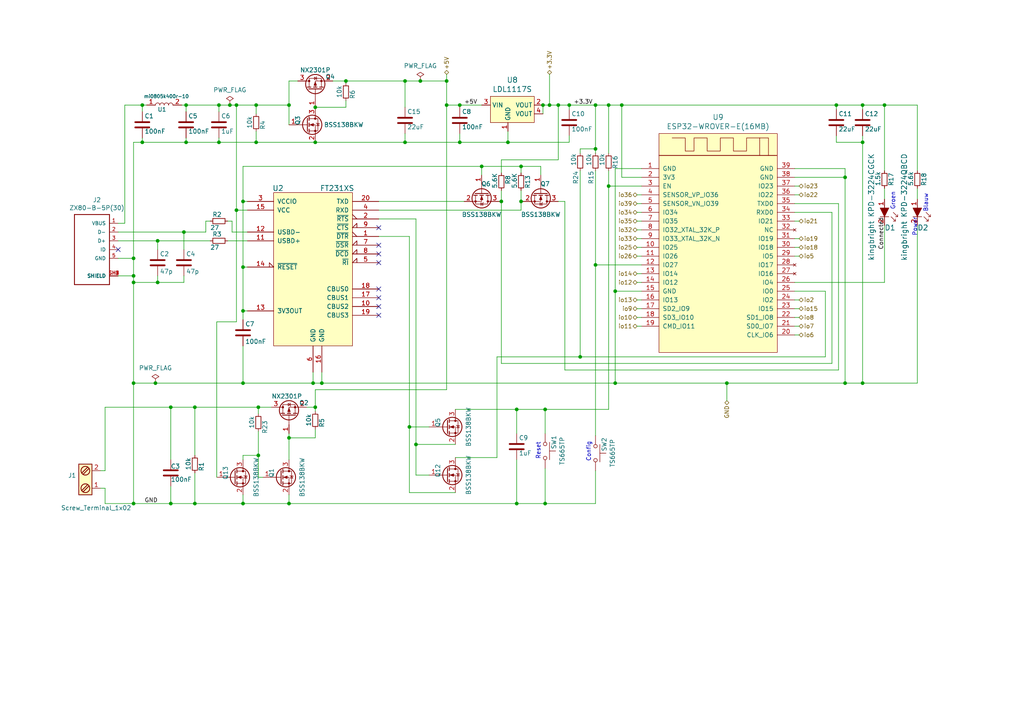
<source format=kicad_sch>
(kicad_sch (version 20230121) (generator eeschema)
  (paper "A4")
  (lib_symbols
    (symbol "1w-esp32-v0.4:Device_C" (pin_numbers hide) (pin_names (offset 0.254))
      (property "Reference" "C" (at 0.635 2.54 0))
      (property "Value" "1w-esp32-v0.4_Device_C" (at 0.635 -2.54 0))
      (symbol "Device_C_0_1"
        (polyline (pts (xy -2.032 -0.762) (xy 2.032 -0.762)) (stroke (width 0.508)))
        (polyline (pts (xy -2.032 0.762) (xy 2.032 0.762)) (stroke (width 0.508)))
      )
      (symbol "Device_C_1_1"
        (pin passive line (at 0 3.81 270) (length 2.794) (name "~") (number "1"))
        (pin passive line (at 0 -3.81 90) (length 2.794) (name "~") (number "2"))
      )
    )
    (symbol "1w-esp32-v0.4:Device_Q_NMOS_GSD" (pin_names (offset 0) hide)
      (property "Reference" "Q" (at 5.08 1.27 0))
      (property "Value" "1w-esp32-v0.4_Device_Q_NMOS_GSD" (at 5.08 -1.27 0))
      (symbol "Device_Q_NMOS_GSD_0_1"
        (polyline (pts (xy 0.254 0) (xy -2.54 0)))
        (polyline (pts (xy 0.254 1.905) (xy 0.254 -1.905)) (stroke (width 0.254)))
        (polyline (pts (xy 0.762 -1.27) (xy 0.762 -2.286)) (stroke (width 0.254)))
        (polyline (pts (xy 0.762 0.508) (xy 0.762 -0.508)) (stroke (width 0.254)))
        (polyline (pts (xy 0.762 2.286) (xy 0.762 1.27)) (stroke (width 0.254)))
        (polyline (pts (xy 2.54 2.54) (xy 2.54 1.778)))
        (polyline (pts (xy 2.54 -2.54) (xy 2.54 0) (xy 0.762 0)))
        (polyline (pts (xy 0.762 -1.778) (xy 3.302 -1.778) (xy 3.302 1.778) (xy 0.762 1.778)))
        (polyline (pts (xy 1.016 0) (xy 2.032 0.381) (xy 2.032 -0.381) (xy 1.016 0)) (fill (type outline)))
        (polyline (pts (xy 2.794 0.508) (xy 2.921 0.381) (xy 3.683 0.381) (xy 3.81 0.254)))
        (polyline (pts (xy 3.302 0.381) (xy 2.921 -0.254) (xy 3.683 -0.254) (xy 3.302 0.381)))
        (circle (center 1.651 0) (radius 2.794) (stroke (width 0.254)))
        (circle (center 2.54 -1.778) (radius 0.254) (fill (type outline)))
        (circle (center 2.54 1.778) (radius 0.254) (fill (type outline)))
      )
      (symbol "Device_Q_NMOS_GSD_1_1"
        (pin input line (at -5.08 0 0) (length 2.54) (name "G") (number "1"))
        (pin passive line (at 2.54 -5.08 90) (length 2.54) (name "S") (number "2"))
        (pin passive line (at 2.54 5.08 270) (length 2.54) (name "D") (number "3"))
      )
    )
    (symbol "1w-esp32-v0.4:Device_Q_PMOS_GSD" (pin_names (offset 0) hide)
      (property "Reference" "Q" (at 5.08 1.27 0))
      (property "Value" "1w-esp32-v0.4_Device_Q_PMOS_GSD" (at 5.08 -1.27 0))
      (symbol "Device_Q_PMOS_GSD_0_1"
        (polyline (pts (xy 0.254 0) (xy -2.54 0)))
        (polyline (pts (xy 0.254 1.905) (xy 0.254 -1.905)) (stroke (width 0.254)))
        (polyline (pts (xy 0.762 -1.27) (xy 0.762 -2.286)) (stroke (width 0.254)))
        (polyline (pts (xy 0.762 0.508) (xy 0.762 -0.508)) (stroke (width 0.254)))
        (polyline (pts (xy 0.762 2.286) (xy 0.762 1.27)) (stroke (width 0.254)))
        (polyline (pts (xy 2.54 2.54) (xy 2.54 1.778)))
        (polyline (pts (xy 2.54 -2.54) (xy 2.54 0) (xy 0.762 0)))
        (polyline (pts (xy 0.762 1.778) (xy 3.302 1.778) (xy 3.302 -1.778) (xy 0.762 -1.778)))
        (polyline (pts (xy 2.286 0) (xy 1.27 0.381) (xy 1.27 -0.381) (xy 2.286 0)) (fill (type outline)))
        (polyline (pts (xy 2.794 -0.508) (xy 2.921 -0.381) (xy 3.683 -0.381) (xy 3.81 -0.254)))
        (polyline (pts (xy 3.302 -0.381) (xy 2.921 0.254) (xy 3.683 0.254) (xy 3.302 -0.381)))
        (circle (center 1.651 0) (radius 2.794) (stroke (width 0.254)))
        (circle (center 2.54 -1.778) (radius 0.254) (fill (type outline)))
        (circle (center 2.54 1.778) (radius 0.254) (fill (type outline)))
      )
      (symbol "Device_Q_PMOS_GSD_1_1"
        (pin input line (at -5.08 0 0) (length 2.54) (name "G") (number "1"))
        (pin passive line (at 2.54 -5.08 90) (length 2.54) (name "S") (number "2"))
        (pin passive line (at 2.54 5.08 270) (length 2.54) (name "D") (number "3"))
      )
    )
    (symbol "1w-esp32-v0.4:Device_R_Small" (pin_numbers hide) (pin_names (offset 0.254) hide)
      (property "Reference" "R" (at 0.762 0.508 0))
      (property "Value" "1w-esp32-v0.4_Device_R_Small" (at 0.762 -1.016 0))
      (symbol "Device_R_Small_0_1"
        (rectangle (start -0.762 1.778) (end 0.762 -1.778) (stroke (width 0.2032)))
      )
      (symbol "Device_R_Small_1_1"
        (pin passive line (at 0 2.54 270) (length 0.762) (name "~") (number "1"))
        (pin passive line (at 0 -2.54 90) (length 0.762) (name "~") (number "2"))
      )
    )
    (symbol "1w-esp32-v0.4:ESP32-WROVER" (pin_names (offset 1.016))
      (property "Reference" "U" (at -15.24 -33.02 0))
      (property "Value" "1w-esp32-v0.4_ESP32-WROVER" (at 6.35 -33.02 0))
      (symbol "ESP32-WROVER_0_1"
        (rectangle (start -17.78 22.86) (end 16.51 -34.29) (fill (type background)))
        (rectangle (start -17.78 29.21) (end 16.51 22.86) (fill (type background)))
        (polyline (pts (xy 11.43 27.94) (xy 13.97 27.94) (xy 13.97 22.86)))
        (polyline (pts (xy -13.97 27.94) (xy -10.16 27.94) (xy -10.16 24.13) (xy -7.62 24.13) (xy -7.62 27.94) (xy -3.81 27.94) (xy -3.81 24.13) (xy 0 24.13) (xy 0 27.94) (xy 3.81 27.94) (xy 3.81 24.13) (xy 7.62 24.13) (xy 7.62 27.94) (xy 11.43 27.94) (xy 11.43 22.86)))
      )
      (symbol "ESP32-WROVER_1_1"
        (pin power_in line (at -22.86 19.05 0) (length 5.08) (name "GND") (number "1"))
        (pin bidirectional line (at -22.86 -3.81 0) (length 5.08) (name "IO25") (number "10"))
        (pin bidirectional line (at -22.86 -6.35 0) (length 5.08) (name "IO26") (number "11"))
        (pin bidirectional line (at -22.86 -8.89 0) (length 5.08) (name "IO27") (number "12"))
        (pin bidirectional line (at -22.86 -11.43 0) (length 5.08) (name "IO14") (number "13"))
        (pin bidirectional line (at -22.86 -13.97 0) (length 5.08) (name "IO12") (number "14"))
        (pin power_in line (at -22.86 -16.51 0) (length 5.08) (name "GND") (number "15"))
        (pin bidirectional line (at -22.86 -19.05 0) (length 5.08) (name "IO13") (number "16"))
        (pin bidirectional line (at -22.86 -21.59 0) (length 5.08) (name "SD2_IO9") (number "17"))
        (pin bidirectional line (at -22.86 -24.13 0) (length 5.08) (name "SD3_IO10") (number "18"))
        (pin bidirectional line (at -22.86 -26.67 0) (length 5.08) (name "CMD_IO11") (number "19"))
        (pin power_in line (at -22.86 16.51 0) (length 5.08) (name "3V3") (number "2"))
        (pin bidirectional line (at 21.59 -29.21 180) (length 5.08) (name "CLK_IO6") (number "20"))
        (pin bidirectional line (at 21.59 -26.67 180) (length 5.08) (name "SD0_IO7") (number "21"))
        (pin bidirectional line (at 21.59 -24.13 180) (length 5.08) (name "SD1_IO8") (number "22"))
        (pin bidirectional line (at 21.59 -21.59 180) (length 5.08) (name "IO15") (number "23"))
        (pin bidirectional line (at 21.59 -19.05 180) (length 5.08) (name "IO2") (number "24"))
        (pin bidirectional line (at 21.59 -16.51 180) (length 5.08) (name "IO0") (number "25"))
        (pin bidirectional line (at 21.59 -13.97 180) (length 5.08) (name "IO4") (number "26"))
        (pin no_connect line (at 21.59 -11.43 180) (length 5.08) (name "IO16") (number "27"))
        (pin no_connect line (at 21.59 -8.89 180) (length 5.08) (name "IO17") (number "28"))
        (pin bidirectional line (at 21.59 -6.35 180) (length 5.08) (name "IO5") (number "29"))
        (pin input line (at -22.86 13.97 0) (length 5.08) (name "EN") (number "3"))
        (pin bidirectional line (at 21.59 -3.81 180) (length 5.08) (name "IO18") (number "30"))
        (pin bidirectional line (at 21.59 -1.27 180) (length 5.08) (name "IO19") (number "31"))
        (pin no_connect line (at 21.59 1.27 180) (length 5.08) (name "NC") (number "32"))
        (pin bidirectional line (at 21.59 3.81 180) (length 5.08) (name "IO21") (number "33"))
        (pin input line (at 21.59 6.35 180) (length 5.08) (name "RXD0") (number "34"))
        (pin output line (at 21.59 8.89 180) (length 5.08) (name "TXD0") (number "35"))
        (pin bidirectional line (at 21.59 11.43 180) (length 5.08) (name "IO22") (number "36"))
        (pin bidirectional line (at 21.59 13.97 180) (length 5.08) (name "IO23") (number "37"))
        (pin power_in line (at 21.59 16.51 180) (length 5.08) (name "GND") (number "38"))
        (pin power_in line (at 21.59 19.05 180) (length 5.08) (name "GND") (number "39"))
        (pin input line (at -22.86 11.43 0) (length 5.08) (name "SENSOR_VP_IO36") (number "4"))
        (pin input line (at -22.86 8.89 0) (length 5.08) (name "SENSOR_VN_IO39") (number "5"))
        (pin input line (at -22.86 6.35 0) (length 5.08) (name "IO34") (number "6"))
        (pin input line (at -22.86 3.81 0) (length 5.08) (name "IO35") (number "7"))
        (pin bidirectional line (at -22.86 1.27 0) (length 5.08) (name "IO32_XTAL_32K_P") (number "8"))
        (pin bidirectional line (at -22.86 -1.27 0) (length 5.08) (name "IO33_XTAL_32K_N") (number "9"))
      )
    )
    (symbol "1w-esp32-v0.4:FT231XS" (pin_names (offset 1.016))
      (property "Reference" "U" (at 0 22.86 0))
      (property "Value" "1w-esp32-v0.4_FT231XS" (at 10.16 -25.4 0))
      (symbol "FT231XS_0_1"
        (rectangle (start -12.7 21.59) (end 10.16 -22.86) (fill (type background)))
      )
      (symbol "FT231XS_1_1"
        (pin output output_low (at 17.78 8.89 180) (length 7.62) (name "~{DTR}") (number "1"))
        (pin bidirectional line (at 17.78 -11.43 180) (length 7.62) (name "CBUS2") (number "10"))
        (pin bidirectional line (at -20.32 7.62 0) (length 7.62) (name "USBD+") (number "11"))
        (pin bidirectional line (at -20.32 10.16 0) (length 7.62) (name "USBD-") (number "12"))
        (pin power_out line (at -20.32 -12.7 0) (length 7.62) (name "3V3OUT") (number "13"))
        (pin input input_low (at -20.32 0 0) (length 7.62) (name "~{RESET}") (number "14"))
        (pin power_in line (at -20.32 16.51 0) (length 7.62) (name "VCC") (number "15"))
        (pin power_in line (at 1.27 -30.48 90) (length 7.62) (name "GND") (number "16"))
        (pin output line (at 17.78 -8.89 180) (length 7.62) (name "CBUS1") (number "17"))
        (pin bidirectional line (at 17.78 -6.35 180) (length 7.62) (name "CBUS0") (number "18"))
        (pin bidirectional line (at 17.78 -13.97 180) (length 7.62) (name "CBUS3") (number "19"))
        (pin output output_low (at 17.78 13.97 180) (length 7.62) (name "~{RTS}") (number "2"))
        (pin output line (at 17.78 19.05 180) (length 7.62) (name "TXD") (number "20"))
        (pin power_in line (at -20.32 19.05 0) (length 7.62) (name "VCCIO") (number "3"))
        (pin input line (at 17.78 16.51 180) (length 7.62) (name "RXD") (number "4"))
        (pin input input_low (at 17.78 1.27 180) (length 7.62) (name "~{RI}") (number "5"))
        (pin power_in line (at -1.27 -30.48 90) (length 7.62) (name "GND") (number "6"))
        (pin input input_low (at 17.78 6.35 180) (length 7.62) (name "~{DSR}") (number "7"))
        (pin input input_low (at 17.78 3.81 180) (length 7.62) (name "~{DCD}") (number "8"))
        (pin input input_low (at 17.78 11.43 180) (length 7.62) (name "~{CTS}") (number "9"))
      )
    )
    (symbol "1w-esp32-v0.4:LDL1117S"
      (property "Reference" "U" (at 1.27 3.81 0))
      (property "Value" "1w-esp32-v0.4_LDL1117S" (at 1.27 6.35 0))
      (symbol "LDL1117S_1_1"
        (rectangle (start -5.08 2.54) (end 7.62 -5.08) (fill (type background)))
        (pin power_in line (at 0 -7.62 90) (length 2.54) (name "GND") (number "1"))
        (pin power_out line (at 10.16 0 180) (length 2.54) (name "VOUT") (number "2"))
        (pin power_in line (at -7.62 0 0) (length 2.54) (name "VIN") (number "3"))
        (pin power_in line (at 10.16 -2.54 180) (length 2.54) (name "VOUT") (number "4"))
      )
    )
    (symbol "1w-esp32-v0.4:PWR_FLAG" (power) (pin_numbers hide) (pin_names (offset 0) hide)
      (property "Value" "1w-esp32-v0.4_PWR_FLAG" (at 0 3.81 0))
      (symbol "PWR_FLAG_0_0"
        (pin power_out line (at 0 0 90) (length 0) (name "pwr") (number "1"))
      )
      (symbol "PWR_FLAG_0_1"
        (polyline (pts (xy 0 0) (xy 0 1.27) (xy -1.016 1.905) (xy 0 2.54) (xy 1.016 1.905) (xy 0 1.27)))
      )
    )
    (symbol "1w-esp32-v0.4:Screw_Terminal_1x02" (pin_names (offset 0.762) hide)
      (property "Reference" "J" (at 0 6.35 0))
      (property "Value" "1w-esp32-v0.4_Screw_Terminal_1x02" (at -3.81 0 90))
      (symbol "Screw_Terminal_1x02_0_1"
        (rectangle (start -1.27 4.445) (end 2.54 -4.445) (stroke (width 0.254)) (fill (type background)))
        (polyline (pts (xy -0.381 -1.905) (xy 1.27 -3.556)) (stroke (width 0.254)))
        (polyline (pts (xy 0 3.556) (xy 1.651 1.905)) (stroke (width 0.254)))
        (polyline (pts (xy 1.27 1.524) (xy -0.381 3.175)) (stroke (width 0.254)))
        (polyline (pts (xy 1.651 -3.175) (xy 0 -1.524)) (stroke (width 0.254)))
        (circle (center 0.635 -2.54) (radius 1.27) (stroke (width 0.254)))
        (circle (center 0.635 2.54) (radius 1.27) (stroke (width 0.254)))
      )
      (symbol "Screw_Terminal_1x02_1_1"
        (pin passive line (at 5.08 2.54 180) (length 2.54) (name "~") (number "1"))
        (pin passive line (at 5.08 -2.54 180) (length 2.54) (name "~") (number "2"))
      )
    )
    (symbol "1w-esp32-v0.4:ZX80-B-5P(30)" (pin_names (offset 1.016))
      (property "Reference" "J" (at -5.08 10.6934 0))
      (property "Value" "1w-esp32-v0.4_ZX80-B-5P(30)" (at -5.08 -12.7254 0))
      (symbol "ZX80-B-5P(30)_0_0"
        (polyline (pts (xy -5.08 -10.16) (xy -5.08 10.16)) (stroke (width 0.254)))
        (polyline (pts (xy -5.08 10.16) (xy 5.08 10.16)) (stroke (width 0.254)))
        (polyline (pts (xy 5.08 -10.16) (xy -5.08 -10.16)) (stroke (width 0.254)))
        (polyline (pts (xy 5.08 10.16) (xy 5.08 -10.16)) (stroke (width 0.254)))
        (pin power_out line (at -7.62 7.62 0) (length 2.54) (name "VBUS") (number "1"))
        (pin bidirectional line (at -7.62 5.08 0) (length 2.54) (name "D-") (number "2"))
        (pin bidirectional line (at -7.62 2.54 0) (length 2.54) (name "D+") (number "3"))
        (pin bidirectional line (at -7.62 0 0) (length 2.54) (name "ID") (number "4"))
        (pin power_in line (at -7.62 -2.54 0) (length 2.54) (name "GND") (number "5"))
        (pin passive line (at -7.62 -7.62 0) (length 2.54) (name "SHIELD") (number "SH1"))
        (pin passive line (at -7.62 -7.62 0) (length 2.54) (name "SHIELD") (number "SH2"))
        (pin passive line (at -7.62 -7.62 0) (length 2.54) (name "SHIELD") (number "SH3"))
        (pin passive line (at -7.62 -7.62 0) (length 2.54) (name "SHIELD") (number "SH4"))
      )
    )
    (symbol "1w-esp32-v0.4:dk_LED-Indication-Discrete_LTW-2R3D7" (pin_names (offset 0))
      (property "Reference" "D" (at -3.81 2.54 0))
      (property "Value" "1w-esp32-v0.4_dk_LED-Indication-Discrete_LTW-2R3D7" (at -1.27 -3.81 0))
      (symbol "dk_LED-Indication-Discrete_LTW-2R3D7_0_1"
        (polyline (pts (xy 0 1.27) (xy 0 -1.27)))
        (polyline (pts (xy 0 3.81) (xy -1.27 2.54)))
        (polyline (pts (xy 1.27 3.175) (xy 0 1.905)))
        (polyline (pts (xy -0.635 3.81) (xy 0 3.81) (xy 0 3.175)))
        (polyline (pts (xy 0.635 3.175) (xy 1.27 3.175) (xy 1.27 2.54)))
        (polyline (pts (xy -2.54 1.27) (xy -2.54 -1.27) (xy 0 0) (xy -2.54 1.27)) (fill (type outline)))
      )
      (symbol "dk_LED-Indication-Discrete_LTW-2R3D7_1_1"
        (pin passive line (at -5.08 0 0) (length 2.54) (name "~") (number "1"))
        (pin passive line (at 2.54 0 180) (length 2.54) (name "~") (number "2"))
      )
    )
    (symbol "1w-esp32-v0.4:spoel" (pin_names (offset 1.016))
      (property "Reference" "U" (at -3.81 2.54 0))
      (property "Value" "1w-esp32-v0.4_spoel" (at 0 -2.54 0))
      (symbol "spoel_0_1"
        (arc (start -1.27 0) (mid -1.905 0.6323) (end -2.54 0))
        (arc (start 0 0) (mid -0.635 0.6323) (end -1.27 0))
        (arc (start 1.27 0) (mid 0.635 0.6323) (end 0 0))
        (arc (start 2.54 0) (mid 1.905 0.6323) (end 1.27 0))
      )
      (symbol "spoel_1_1"
        (pin input line (at -5.08 0 0) (length 2.54) (name "~") (number "1"))
        (pin input line (at 5.08 0 180) (length 2.54) (name "~") (number "2"))
      )
    )
    (symbol "1w-esp32-v0.4:switches_SW_Push" (pin_numbers hide) (pin_names (offset 1.016) hide)
      (property "Reference" "SW" (at 1.27 2.54 0))
      (property "Value" "1w-esp32-v0.4_switches_SW_Push" (at 0 -1.524 0))
      (symbol "switches_SW_Push_0_1"
        (circle (center -2.032 0) (radius 0.508))
        (polyline (pts (xy 0 1.27) (xy 0 3.048)))
        (polyline (pts (xy 2.54 1.27) (xy -2.54 1.27)))
        (circle (center 2.032 0) (radius 0.508))
        (pin passive line (at -5.08 0 0) (length 2.54) (name "1") (number "1"))
        (pin passive line (at 5.08 0 180) (length 2.54) (name "2") (number "2"))
      )
    )
  )
  (junction (at 133.35 30.48))
  (junction (at 83.82 146.05))
  (junction (at 256.54 30.48))
  (junction (at 63.5 30.48))
  (junction (at 41.275 41.275))
  (junction (at 158.115 118.745))
  (junction (at 45.085 111.125))
  (junction (at 149.86 118.745))
  (junction (at 172.72 76.835))
  (junction (at 68.58 30.48))
  (junction (at 176.53 53.975))
  (junction (at 83.82 127))
  (junction (at 151.13 58.42))
  (junction (at 250.19 41.275))
  (junction (at 91.44 118.11))
  (junction (at 74.93 132.08))
  (junction (at 245.11 51.435))
  (junction (at 70.485 58.42))
  (junction (at 151.13 48.26))
  (junction (at 74.93 118.11))
  (junction (at 68.58 60.96))
  (junction (at 70.485 146.05))
  (junction (at 100.33 23.495))
  (junction (at 180.34 30.48))
  (junction (at 53.975 41.275))
  (junction (at 53.975 30.48))
  (junction (at 245.11 111.125))
  (junction (at 45.72 69.85))
  (junction (at 250.19 111.125))
  (junction (at 120.65 128.905))
  (junction (at 90.805 111.125))
  (junction (at 133.35 41.275))
  (junction (at 49.53 146.05))
  (junction (at 74.295 41.275))
  (junction (at 93.345 111.125))
  (junction (at 165.1 30.48))
  (junction (at 41.275 30.48))
  (junction (at 38.735 111.125))
  (junction (at 70.485 111.125))
  (junction (at 91.44 31.115))
  (junction (at 157.48 30.48))
  (junction (at 139.7 48.26))
  (junction (at 38.735 74.93))
  (junction (at 56.515 118.11))
  (junction (at 161.925 30.48))
  (junction (at 49.53 118.11))
  (junction (at 53.34 67.31))
  (junction (at 178.435 84.455))
  (junction (at 38.735 146.05))
  (junction (at 121.92 23.495))
  (junction (at 159.385 30.48))
  (junction (at 118.745 123.825))
  (junction (at 250.19 30.48))
  (junction (at 38.735 80.01))
  (junction (at 91.44 41.275))
  (junction (at 38.735 81.915))
  (junction (at 70.485 90.17))
  (junction (at 145.415 58.42))
  (junction (at 56.515 146.05))
  (junction (at 45.72 81.915))
  (junction (at 83.82 30.48))
  (junction (at 158.115 146.05))
  (junction (at 63.5 41.275))
  (junction (at 176.53 30.48))
  (junction (at 129.54 23.495))
  (junction (at 178.435 111.125))
  (junction (at 172.72 43.18))
  (junction (at 117.475 23.495))
  (junction (at 129.54 30.48))
  (junction (at 149.86 146.05))
  (junction (at 210.82 111.125))
  (junction (at 66.675 30.48))
  (junction (at 74.295 30.48))
  (junction (at 172.72 30.48))
  (junction (at 147.32 41.275))
  (junction (at 117.475 41.275))
  (junction (at 242.57 30.48))
  (junction (at 70.485 77.47))
  (junction (at 168.275 103.505))
  (no_connect (at 109.855 91.44))
  (no_connect (at 109.855 73.66))
  (no_connect (at 109.855 71.12))
  (no_connect (at 34.29 72.39))
  (no_connect (at 109.855 88.9))
  (no_connect (at 109.855 86.36))
  (no_connect (at 109.855 83.82))
  (no_connect (at 109.855 76.2))
  (no_connect (at 109.855 66.04))
  (wire (pts (xy 74.295 41.275) (xy 91.44 41.275)))
  (wire (pts (xy 88.9 118.11) (xy 91.44 118.11)))
  (wire (pts (xy 120.65 128.905) (xy 120.65 137.795)))
  (wire (pts (xy 56.515 146.05) (xy 70.485 146.05)))
  (wire (pts (xy 184.785 56.515) (xy 186.055 56.515)))
  (wire (pts (xy 145.415 105.41) (xy 241.3 105.41)))
  (wire (pts (xy 243.205 107.315) (xy 243.205 59.055)))
  (wire (pts (xy 83.82 36.195) (xy 83.82 30.48)))
  (wire (pts (xy 161.925 30.48) (xy 161.925 46.355)))
  (wire (pts (xy 133.35 31.115) (xy 133.35 30.48)))
  (wire (pts (xy 210.82 111.125) (xy 245.11 111.125)))
  (wire (pts (xy 184.785 61.595) (xy 186.055 61.595)))
  (wire (pts (xy 184.785 74.295) (xy 186.055 74.295)))
  (wire (pts (xy 66.04 69.85) (xy 71.755 69.85)))
  (wire (pts (xy 149.86 118.745) (xy 149.86 125.73)))
  (wire (pts (xy 242.57 31.75) (xy 242.57 30.48)))
  (wire (pts (xy 34.29 80.01) (xy 38.735 80.01)))
  (wire (pts (xy 159.385 30.48) (xy 161.925 30.48)))
  (wire (pts (xy 34.29 69.85) (xy 45.72 69.85)))
  (wire (pts (xy 56.515 118.11) (xy 74.93 118.11)))
  (wire (pts (xy 161.925 30.48) (xy 165.1 30.48)))
  (wire (pts (xy 38.735 146.05) (xy 49.53 146.05)))
  (wire (pts (xy 109.855 68.58) (xy 118.745 68.58)))
  (wire (pts (xy 70.485 146.05) (xy 83.82 146.05)))
  (wire (pts (xy 67.31 67.31) (xy 71.755 67.31)))
  (wire (pts (xy 49.53 146.05) (xy 56.515 146.05)))
  (wire (pts (xy 34.29 64.77) (xy 36.195 64.77)))
  (wire (pts (xy 151.765 58.42) (xy 151.13 58.42)))
  (wire (pts (xy 53.975 30.48) (xy 52.705 30.48)))
  (wire (pts (xy 74.295 30.48) (xy 83.82 30.48)))
  (wire (pts (xy 230.505 51.435) (xy 245.11 51.435)))
  (wire (pts (xy 38.735 74.93) (xy 38.735 41.275)))
  (wire (pts (xy 178.435 48.895) (xy 178.435 84.455)))
  (wire (pts (xy 109.855 60.96) (xy 151.13 60.96)))
  (wire (pts (xy 151.13 58.42) (xy 151.13 60.96)))
  (wire (pts (xy 165.1 30.48) (xy 172.72 30.48)))
  (wire (pts (xy 59.69 67.31) (xy 59.69 64.135)))
  (wire (pts (xy 53.34 72.39) (xy 53.34 67.31)))
  (wire (pts (xy 250.19 111.125) (xy 266.065 111.125)))
  (wire (pts (xy 230.505 74.295) (xy 231.775 74.295)))
  (wire (pts (xy 145.415 46.355) (xy 145.415 50.165)))
  (wire (pts (xy 74.93 138.43) (xy 76.2 138.43)))
  (wire (pts (xy 178.435 48.895) (xy 186.055 48.895)))
  (wire (pts (xy 91.44 31.115) (xy 100.33 31.115)))
  (wire (pts (xy 100.33 31.115) (xy 100.33 29.21)))
  (wire (pts (xy 172.72 44.45) (xy 172.72 43.18)))
  (wire (pts (xy 184.785 69.215) (xy 186.055 69.215)))
  (wire (pts (xy 165.1 39.37) (xy 165.1 41.275)))
  (wire (pts (xy 53.34 81.915) (xy 53.34 80.01)))
  (wire (pts (xy 45.085 111.125) (xy 70.485 111.125)))
  (wire (pts (xy 74.295 38.1) (xy 74.295 41.275)))
  (wire (pts (xy 230.505 61.595) (xy 241.3 61.595)))
  (wire (pts (xy 133.35 38.735) (xy 133.35 41.275)))
  (wire (pts (xy 129.54 21.59) (xy 129.54 23.495)))
  (wire (pts (xy 70.485 90.17) (xy 70.485 77.47)))
  (wire (pts (xy 118.745 123.825) (xy 118.745 142.875)))
  (wire (pts (xy 163.83 58.42) (xy 163.83 107.315)))
  (wire (pts (xy 172.72 76.835) (xy 172.72 126.365)))
  (wire (pts (xy 184.785 92.075) (xy 186.055 92.075)))
  (wire (pts (xy 117.475 38.735) (xy 117.475 41.275)))
  (wire (pts (xy 250.19 31.75) (xy 250.19 30.48)))
  (wire (pts (xy 70.485 58.42) (xy 70.485 77.47)))
  (wire (pts (xy 230.505 97.155) (xy 231.775 97.155)))
  (wire (pts (xy 34.29 67.31) (xy 53.34 67.31)))
  (wire (pts (xy 90.805 107.95) (xy 90.805 111.125)))
  (wire (pts (xy 63.5 32.385) (xy 63.5 30.48)))
  (wire (pts (xy 184.785 64.135) (xy 186.055 64.135)))
  (wire (pts (xy 132.08 132.715) (xy 144.145 132.715)))
  (wire (pts (xy 256.54 49.53) (xy 256.54 30.48)))
  (wire (pts (xy 59.69 64.135) (xy 60.96 64.135)))
  (wire (pts (xy 30.48 118.11) (xy 30.48 136.525)))
  (wire (pts (xy 45.72 81.915) (xy 45.72 80.01)))
  (wire (pts (xy 266.065 49.53) (xy 266.065 30.48)))
  (wire (pts (xy 241.3 105.41) (xy 241.3 61.595)))
  (wire (pts (xy 129.54 113.03) (xy 91.44 113.03)))
  (wire (pts (xy 132.08 118.745) (xy 149.86 118.745)))
  (wire (pts (xy 172.72 43.18) (xy 172.72 30.48)))
  (wire (pts (xy 36.195 30.48) (xy 41.275 30.48)))
  (wire (pts (xy 74.93 118.11) (xy 74.93 120.015)))
  (wire (pts (xy 67.31 64.135) (xy 67.31 67.31)))
  (wire (pts (xy 53.975 40.005) (xy 53.975 41.275)))
  (wire (pts (xy 56.515 132.08) (xy 56.515 118.11)))
  (wire (pts (xy 163.83 107.315) (xy 243.205 107.315)))
  (wire (pts (xy 41.275 32.385) (xy 41.275 30.48)))
  (wire (pts (xy 74.93 118.11) (xy 78.74 118.11)))
  (wire (pts (xy 242.57 30.48) (xy 250.19 30.48)))
  (wire (pts (xy 83.82 23.495) (xy 86.36 23.495)))
  (wire (pts (xy 109.855 63.5) (xy 120.65 63.5)))
  (wire (pts (xy 144.145 103.505) (xy 144.145 132.715)))
  (wire (pts (xy 147.32 38.1) (xy 147.32 41.275)))
  (wire (pts (xy 70.485 77.47) (xy 71.755 77.47)))
  (wire (pts (xy 245.11 48.895) (xy 230.505 48.895)))
  (wire (pts (xy 230.505 94.615) (xy 231.775 94.615)))
  (wire (pts (xy 83.82 127) (xy 91.44 127)))
  (wire (pts (xy 38.735 41.275) (xy 41.275 41.275)))
  (wire (pts (xy 230.505 69.215) (xy 231.775 69.215)))
  (wire (pts (xy 38.735 74.93) (xy 38.735 80.01)))
  (wire (pts (xy 168.275 43.18) (xy 172.72 43.18)))
  (wire (pts (xy 230.505 64.135) (xy 231.775 64.135)))
  (wire (pts (xy 184.785 89.535) (xy 186.055 89.535)))
  (wire (pts (xy 129.54 23.495) (xy 129.54 30.48)))
  (wire (pts (xy 176.53 53.975) (xy 176.53 118.745)))
  (wire (pts (xy 159.385 21.59) (xy 159.385 30.48)))
  (wire (pts (xy 145.415 58.42) (xy 144.78 58.42)))
  (wire (pts (xy 242.57 41.275) (xy 250.19 41.275)))
  (wire (pts (xy 145.415 55.245) (xy 145.415 58.42)))
  (wire (pts (xy 62.865 93.345) (xy 62.865 138.43)))
  (wire (pts (xy 70.485 111.125) (xy 90.805 111.125)))
  (wire (pts (xy 38.735 111.125) (xy 38.735 146.05)))
  (wire (pts (xy 243.205 59.055) (xy 230.505 59.055)))
  (wire (pts (xy 178.435 111.125) (xy 210.82 111.125)))
  (wire (pts (xy 38.735 81.915) (xy 45.72 81.915)))
  (wire (pts (xy 74.93 125.095) (xy 74.93 132.08)))
  (wire (pts (xy 56.515 137.16) (xy 56.515 146.05)))
  (wire (pts (xy 68.58 93.345) (xy 62.865 93.345)))
  (wire (pts (xy 172.72 49.53) (xy 172.72 76.835)))
  (wire (pts (xy 250.19 41.275) (xy 250.19 111.125)))
  (wire (pts (xy 133.35 41.275) (xy 147.32 41.275)))
  (wire (pts (xy 93.345 111.125) (xy 178.435 111.125)))
  (wire (pts (xy 83.82 146.05) (xy 149.86 146.05)))
  (wire (pts (xy 124.46 123.825) (xy 118.745 123.825)))
  (wire (pts (xy 176.53 44.45) (xy 176.53 30.48)))
  (wire (pts (xy 68.58 30.48) (xy 68.58 60.96)))
  (wire (pts (xy 91.44 41.275) (xy 117.475 41.275)))
  (wire (pts (xy 149.86 118.745) (xy 158.115 118.745)))
  (wire (pts (xy 168.275 44.45) (xy 168.275 43.18)))
  (wire (pts (xy 129.54 30.48) (xy 133.35 30.48)))
  (wire (pts (xy 176.53 53.975) (xy 176.53 49.53)))
  (wire (pts (xy 30.48 118.11) (xy 49.53 118.11)))
  (wire (pts (xy 239.395 84.455) (xy 239.395 103.505)))
  (wire (pts (xy 230.505 81.915) (xy 256.54 81.915)))
  (wire (pts (xy 41.275 41.275) (xy 53.975 41.275)))
  (wire (pts (xy 180.34 30.48) (xy 180.34 51.435)))
  (wire (pts (xy 29.21 136.525) (xy 30.48 136.525)))
  (wire (pts (xy 256.54 54.61) (xy 256.54 57.785)))
  (wire (pts (xy 168.275 103.505) (xy 144.145 103.505)))
  (wire (pts (xy 70.485 132.08) (xy 74.93 132.08)))
  (wire (pts (xy 184.785 71.755) (xy 186.055 71.755)))
  (wire (pts (xy 158.115 146.05) (xy 158.115 135.89)))
  (wire (pts (xy 83.82 127) (xy 83.82 125.73)))
  (wire (pts (xy 210.82 116.205) (xy 210.82 111.125)))
  (wire (pts (xy 151.13 55.245) (xy 151.13 58.42)))
  (wire (pts (xy 53.34 67.31) (xy 59.69 67.31)))
  (wire (pts (xy 165.1 31.75) (xy 165.1 30.48)))
  (wire (pts (xy 245.11 51.435) (xy 245.11 48.895)))
  (wire (pts (xy 256.54 30.48) (xy 266.065 30.48)))
  (wire (pts (xy 63.5 40.005) (xy 63.5 41.275)))
  (wire (pts (xy 132.08 128.905) (xy 120.65 128.905)))
  (wire (pts (xy 68.58 30.48) (xy 74.295 30.48)))
  (wire (pts (xy 129.54 30.48) (xy 129.54 113.03)))
  (wire (pts (xy 231.775 53.975) (xy 230.505 53.975)))
  (wire (pts (xy 74.295 33.02) (xy 74.295 30.48)))
  (wire (pts (xy 49.53 133.35) (xy 49.53 118.11)))
  (wire (pts (xy 71.755 58.42) (xy 70.485 58.42)))
  (wire (pts (xy 156.845 48.26) (xy 156.845 50.8)))
  (wire (pts (xy 239.395 103.505) (xy 168.275 103.505)))
  (wire (pts (xy 38.735 111.125) (xy 45.085 111.125)))
  (wire (pts (xy 245.11 111.125) (xy 245.11 51.435)))
  (wire (pts (xy 121.92 23.495) (xy 129.54 23.495)))
  (wire (pts (xy 178.435 84.455) (xy 178.435 111.125)))
  (wire (pts (xy 100.33 24.13) (xy 100.33 23.495)))
  (wire (pts (xy 250.19 39.37) (xy 250.19 41.275)))
  (wire (pts (xy 91.44 127) (xy 91.44 124.46)))
  (wire (pts (xy 242.57 39.37) (xy 242.57 41.275)))
  (wire (pts (xy 161.925 58.42) (xy 163.83 58.42)))
  (wire (pts (xy 117.475 23.495) (xy 121.92 23.495)))
  (wire (pts (xy 184.785 79.375) (xy 186.055 79.375)))
  (wire (pts (xy 30.48 141.605) (xy 29.21 141.605)))
  (wire (pts (xy 149.86 146.05) (xy 149.86 133.35)))
  (wire (pts (xy 172.72 30.48) (xy 176.53 30.48)))
  (wire (pts (xy 34.29 74.93) (xy 38.735 74.93)))
  (wire (pts (xy 63.5 41.275) (xy 74.295 41.275)))
  (wire (pts (xy 74.93 132.08) (xy 74.93 138.43)))
  (wire (pts (xy 109.855 58.42) (xy 134.62 58.42)))
  (wire (pts (xy 70.485 133.35) (xy 70.485 132.08)))
  (wire (pts (xy 176.53 118.745) (xy 158.115 118.745)))
  (wire (pts (xy 70.485 92.71) (xy 70.485 90.17)))
  (wire (pts (xy 70.485 100.33) (xy 70.485 111.125)))
  (wire (pts (xy 149.86 146.05) (xy 158.115 146.05)))
  (wire (pts (xy 184.785 66.675) (xy 186.055 66.675)))
  (wire (pts (xy 266.065 54.61) (xy 266.065 57.785)))
  (wire (pts (xy 230.505 86.995) (xy 231.775 86.995)))
  (wire (pts (xy 91.44 113.03) (xy 91.44 118.11)))
  (wire (pts (xy 68.58 30.48) (xy 66.675 30.48)))
  (wire (pts (xy 70.485 48.26) (xy 139.7 48.26)))
  (wire (pts (xy 71.755 90.17) (xy 70.485 90.17)))
  (wire (pts (xy 96.52 23.495) (xy 100.33 23.495)))
  (wire (pts (xy 180.34 30.48) (xy 242.57 30.48)))
  (wire (pts (xy 120.65 63.5) (xy 120.65 128.905)))
  (wire (pts (xy 71.755 60.96) (xy 68.58 60.96)))
  (wire (pts (xy 176.53 30.48) (xy 180.34 30.48)))
  (wire (pts (xy 151.13 50.165) (xy 151.13 48.26)))
  (wire (pts (xy 93.345 111.125) (xy 93.345 107.95)))
  (wire (pts (xy 151.13 48.26) (xy 156.845 48.26)))
  (wire (pts (xy 266.065 111.125) (xy 266.065 65.405)))
  (wire (pts (xy 68.58 60.96) (xy 68.58 93.345)))
  (wire (pts (xy 100.33 23.495) (xy 117.475 23.495)))
  (wire (pts (xy 158.115 118.745) (xy 158.115 125.73)))
  (wire (pts (xy 168.275 49.53) (xy 168.275 103.505)))
  (wire (pts (xy 118.745 142.875) (xy 132.08 142.875)))
  (wire (pts (xy 83.82 30.48) (xy 83.82 23.495)))
  (wire (pts (xy 147.32 41.275) (xy 165.1 41.275)))
  (wire (pts (xy 38.735 111.125) (xy 38.735 81.915)))
  (wire (pts (xy 230.505 56.515) (xy 231.775 56.515)))
  (wire (pts (xy 41.275 30.48) (xy 42.545 30.48)))
  (wire (pts (xy 117.475 23.495) (xy 117.475 31.115)))
  (wire (pts (xy 38.735 80.01) (xy 38.735 81.915)))
  (wire (pts (xy 184.785 86.995) (xy 186.055 86.995)))
  (wire (pts (xy 30.48 146.05) (xy 30.48 141.605)))
  (wire (pts (xy 36.195 30.48) (xy 36.195 64.77)))
  (wire (pts (xy 83.82 133.35) (xy 83.82 127)))
  (wire (pts (xy 45.72 72.39) (xy 45.72 69.85)))
  (wire (pts (xy 139.7 48.26) (xy 151.13 48.26)))
  (wire (pts (xy 178.435 84.455) (xy 186.055 84.455)))
  (wire (pts (xy 118.745 68.58) (xy 118.745 123.825)))
  (wire (pts (xy 70.485 58.42) (xy 70.485 48.26)))
  (wire (pts (xy 53.975 41.275) (xy 63.5 41.275)))
  (wire (pts (xy 30.48 146.05) (xy 38.735 146.05)))
  (wire (pts (xy 157.48 33.02) (xy 157.48 30.48)))
  (wire (pts (xy 157.48 30.48) (xy 159.385 30.48)))
  (wire (pts (xy 53.975 32.385) (xy 53.975 30.48)))
  (wire (pts (xy 49.53 118.11) (xy 56.515 118.11)))
  (wire (pts (xy 250.19 30.48) (xy 256.54 30.48)))
  (wire (pts (xy 172.72 146.05) (xy 172.72 136.525)))
  (wire (pts (xy 245.11 111.125) (xy 250.19 111.125)))
  (wire (pts (xy 145.415 58.42) (xy 145.415 105.41)))
  (wire (pts (xy 184.785 94.615) (xy 186.055 94.615)))
  (wire (pts (xy 133.35 30.48) (xy 139.7 30.48)))
  (wire (pts (xy 117.475 41.275) (xy 133.35 41.275)))
  (wire (pts (xy 230.505 89.535) (xy 231.775 89.535)))
  (wire (pts (xy 70.485 143.51) (xy 70.485 146.05)))
  (wire (pts (xy 66.04 64.135) (xy 67.31 64.135)))
  (wire (pts (xy 120.65 137.795) (xy 124.46 137.795)))
  (wire (pts (xy 230.505 92.075) (xy 231.775 92.075)))
  (wire (pts (xy 186.055 59.055) (xy 184.785 59.055)))
  (wire (pts (xy 180.34 51.435) (xy 186.055 51.435)))
  (wire (pts (xy 186.055 76.835) (xy 172.72 76.835)))
  (wire (pts (xy 230.505 71.755) (xy 231.775 71.755)))
  (wire (pts (xy 41.275 40.005) (xy 41.275 41.275)))
  (wire (pts (xy 91.44 119.38) (xy 91.44 118.11)))
  (wire (pts (xy 63.5 30.48) (xy 53.975 30.48)))
  (wire (pts (xy 66.675 30.48) (xy 63.5 30.48)))
  (wire (pts (xy 45.72 69.85) (xy 60.96 69.85)))
  (wire (pts (xy 145.415 46.355) (xy 161.925 46.355)))
  (wire (pts (xy 184.785 81.915) (xy 186.055 81.915)))
  (wire (pts (xy 90.805 111.125) (xy 93.345 111.125)))
  (wire (pts (xy 45.72 81.915) (xy 53.34 81.915)))
  (wire (pts (xy 230.505 84.455) (xy 239.395 84.455)))
  (wire (pts (xy 256.54 65.405) (xy 256.54 81.915)))
  (wire (pts (xy 49.53 140.97) (xy 49.53 146.05)))
  (wire (pts (xy 139.7 50.8) (xy 139.7 48.26)))
  (wire (pts (xy 186.055 53.975) (xy 176.53 53.975)))
  (wire (pts (xy 83.82 143.51) (xy 83.82 146.05)))
  (wire (pts (xy 158.115 146.05) (xy 172.72 146.05)))
  (text "Config" (at 171.45 133.985 90) (effects (font (size 1.1938 1.1938)) (justify left bottom)))
  (text "Blauw" (at 269.24 61.595 90) (effects (font (size 1.1938 1.1938)) (justify left bottom)))
  (text "Groen" (at 259.715 60.96 90) (effects (font (size 1.1938 1.1938)) (justify left bottom)))
  (text "Power" (at 266.065 68.58 90) (effects (font (size 1.1938 1.1938)) (justify left bottom)))
  (text "Reset" (at 156.845 133.35 90) (effects (font (size 1.1938 1.1938)) (justify left bottom)))
  (label "+5V" (at 134.62 30.48 0) (effects (font (size 1.1938 1.1938))))
  (label "+3.3V" (at 166.37 30.48 0) (effects (font (size 1.1938 1.1938))))
  (label "GND" (at 41.91 146.05 0) (effects (font (size 1.1938 1.1938))))
  (label "Connected" (at 256.54 72.39 90) (effects (font (size 1.1938 1.1938))))
  (hierarchical_label "io25" (shape bidirectional) (at 184.785 71.755 180) (effects (font (size 1.1938 1.1938))))
  (hierarchical_label "io8" (shape bidirectional) (at 231.775 92.075 0) (effects (font (size 1.1938 1.1938))))
  (hierarchical_label "io6" (shape bidirectional) (at 231.775 97.155 0) (effects (font (size 1.1938 1.1938))))
  (hierarchical_label "io2" (shape bidirectional) (at 231.775 86.995 0) (effects (font (size 1.1938 1.1938))))
  (hierarchical_label "io22" (shape bidirectional) (at 231.775 56.515 0) (effects (font (size 1.1938 1.1938))))
  (hierarchical_label "io34" (shape bidirectional) (at 184.785 61.595 180) (effects (font (size 1.1938 1.1938))))
  (hierarchical_label "io33" (shape bidirectional) (at 184.785 69.215 180) (effects (font (size 1.1938 1.1938))))
  (hierarchical_label "io23" (shape bidirectional) (at 231.775 53.975 0) (effects (font (size 1.1938 1.1938))))
  (hierarchical_label "io36" (shape bidirectional) (at 184.785 56.515 180) (effects (font (size 1.1938 1.1938))))
  (hierarchical_label "io32" (shape bidirectional) (at 184.785 66.675 180) (effects (font (size 1.1938 1.1938))))
  (hierarchical_label "io5" (shape bidirectional) (at 231.775 74.295 0) (effects (font (size 1.1938 1.1938))))
  (hierarchical_label "GND" (shape bidirectional) (at 210.82 116.205 270) (effects (font (size 1.1938 1.1938))))
  (hierarchical_label "io39" (shape bidirectional) (at 184.785 59.055 180) (effects (font (size 1.1938 1.1938))))
  (hierarchical_label "io21" (shape bidirectional) (at 231.775 64.135 0) (effects (font (size 1.1938 1.1938))))
  (hierarchical_label "io11" (shape bidirectional) (at 184.785 94.615 180) (effects (font (size 1.1938 1.1938))))
  (hierarchical_label "io10" (shape bidirectional) (at 184.785 92.075 180) (effects (font (size 1.1938 1.1938))))
  (hierarchical_label "io15" (shape bidirectional) (at 231.775 89.535 0) (effects (font (size 1.1938 1.1938))))
  (hierarchical_label "io26" (shape bidirectional) (at 184.785 74.295 180) (effects (font (size 1.1938 1.1938))))
  (hierarchical_label "io18" (shape bidirectional) (at 231.775 71.755 0) (effects (font (size 1.1938 1.1938))))
  (hierarchical_label "io13" (shape bidirectional) (at 184.785 86.995 180) (effects (font (size 1.1938 1.1938))))
  (hierarchical_label "io7" (shape bidirectional) (at 231.775 94.615 0) (effects (font (size 1.1938 1.1938))))
  (hierarchical_label "io9" (shape bidirectional) (at 184.785 89.535 180) (effects (font (size 1.1938 1.1938))))
  (hierarchical_label "io14" (shape bidirectional) (at 184.785 79.375 180) (effects (font (size 1.1938 1.1938))))
  (hierarchical_label "io19" (shape bidirectional) (at 231.775 69.215 0) (effects (font (size 1.1938 1.1938))))
  (hierarchical_label "+5V" (shape bidirectional) (at 129.54 21.59 90) (effects (font (size 1.1938 1.1938))))
  (hierarchical_label "io12" (shape bidirectional) (at 184.785 81.915 180) (effects (font (size 1.1938 1.1938))))
  (hierarchical_label "io35" (shape bidirectional) (at 184.785 64.135 180) (effects (font (size 1.1938 1.1938))))
  (hierarchical_label "+3.3V" (shape bidirectional) (at 159.385 21.59 90) (effects (font (size 1.1938 1.1938))))
  (symbol (lib_id "1w-esp32-v0.4:Device_Q_NMOS_GSD") (at 129.54 123.825 0) (unit 1)
    (property "Reference" "Q5" (at 127 122.555 90))
    (property "Value" "BSS138BKW" (at 135.89 123.825 90))
    (property "Footprint" "1w-esp32-v0.4:SOT-323" (effects hide))
  )
  (symbol (lib_id "1w-esp32-v0.4:Device_Q_NMOS_GSD") (at 129.54 137.795 0) (unit 1)
    (property "Reference" "Q12" (at 127 136.525 90))
    (property "Value" "BSS138BKW" (at 135.89 137.795 90))
    (property "Footprint" "1w-esp32-v0.4:SOT-323" (effects hide))
  )
  (symbol (lib_id "1w-esp32-v0.4:ESP32-WROVER") (at 208.915 67.945 0) (unit 1)
    (property "Reference" "U9" (at 208.28 33.9852 0) (effects (font (size 1.524 1.524))))
    (property "Value" "ESP32-WROVER-E(16MB)" (at 208.28 36.6776 0) (effects (font (size 1.524 1.524))))
    (property "Footprint" "1w-esp32-v0.4:XCVR_ESP32-WROVER-B_(16MB)" (effects hide))
    (property "LCSC" "C529589" (effects hide))
  )
  (symbol (lib_id "1w-esp32-v0.4:FT231XS") (at 92.075 77.47 0) (unit 1)
    (property "Reference" "U2" (at 80.645 54.61 0) (effects (font (size 1.524 1.524))))
    (property "Value" "FT231XS" (at 97.79 54.61 0) (effects (font (size 1.524 1.524))))
    (property "Footprint" "1w-esp32-v0.4:SSOP-20_FT231X" (effects hide))
    (property "LCSC" "C132160" (effects hide))
  )
  (symbol (lib_id "1w-esp32-v0.4:switches_SW_Push") (at 158.115 130.81 270) (unit 1)
    (property "Reference" "SW1" (at 160.655 128.27 0))
    (property "Value" "TS665TP" (at 163.0426 130.81 0))
    (property "Footprint" "1w-esp32-v0.4:SW_Push_1P1T_NO_6x6mm_H5.0mm" (effects hide))
  )
  (symbol (lib_id "1w-esp32-v0.4:switches_SW_Push") (at 172.72 131.445 270) (unit 1)
    (property "Reference" "SW2" (at 175.26 128.905 0))
    (property "Value" "TS665TP" (at 177.6476 131.445 0))
    (property "Footprint" "1w-esp32-v0.4:SW_Push_1P1T_NO_6x6mm_H5.0mm" (effects hide))
    (property "LCSC" "C412375" (effects hide))
  )
  (symbol (lib_id "1w-esp32-v0.4:LDL1117S") (at 147.32 30.48 0) (unit 1)
    (property "Reference" "U8" (at 148.59 23.1902 0) (effects (font (size 1.524 1.524))))
    (property "Value" "LDL1117S" (at 148.59 25.8826 0) (effects (font (size 1.524 1.524))))
    (property "Footprint" "1w-esp32-v0.4:SOT-223" (effects hide))
    (property "Datasheet" "http://www.st.com/content/ccc/resource/technical/document/datasheet/99/3b/7d/91/91/51/4b/be/CD00000544.pdf/files/CD00000544.pdf/jcr:content/translations/en.CD00000544.pdf" (effects hide))
    (property "Digi-Key_PN" "497-1241-1-ND" (effects hide))
    (property "MPN" "LD1117S33CTR" (effects hide))
    (property "Category" "Integrated Circuits (ICs)" (effects hide))
    (property "Family" "PMIC - Voltage Regulators - Linear" (effects hide))
    (property "DK_Datasheet_Link" "http://www.st.com/content/ccc/resource/technical/document/datasheet/99/3b/7d/91/91/51/4b/be/CD00000544.pdf/files/CD00000544.pdf/jcr:content/translations/en.CD00000544.pdf" (effects hide))
    (property "DK_Detail_Page" "/product-detail/en/stmicroelectronics/LD1117S33CTR/497-1241-1-ND/586241" (effects hide))
    (property "Description" "IC REG LINEAR 3.3V 800MA SOT223" (effects hide))
    (property "Manufacturer" "STMicroelectronics" (effects hide))
    (property "Status" "Active" (effects hide))
    (property "LCSC" "C435835" (effects hide))
  )
  (symbol (lib_id "1w-esp32-v0.4:ZX80-B-5P(30)") (at 26.67 72.39 0) (mirror y) (unit 1)
    (property "Reference" "J2" (at 28.1178 57.9882 0))
    (property "Value" "ZX80-B-5P(30)" (at 28.1178 60.2996 0))
    (property "Footprint" "1w-esp32-v0.4:HRS_ZX80-B-5P(30)_rnd" (effects hide))
    (property "Datasheet" "Hirose Electric" (effects hide))
    (property "Field4" "Manufacturer recommendations" (effects hide))
    (property "LCSC" "C598210" (effects hide))
  )
  (symbol (lib_id "1w-esp32-v0.4:spoel") (at 47.625 30.48 0) (unit 1)
    (property "Reference" "U1" (at 46.99 31.75 0) (effects (font (size 1.1938 1.1938))))
    (property "Value" "mi0805k400r-10" (at 48.26 27.94 0) (effects (font (size 0.9906 0.9906))))
    (property "Footprint" "1w-esp32-v0.4:mi0805k400r-10" (effects hide))
    (property "LCSC" "C480878" (effects hide))
    (property "Value-LCSC" "SCBG201209U600T" (effects hide))
  )
  (symbol (lib_id "1w-esp32-v0.4:Device_R_Small") (at 63.5 69.85 270) (unit 1)
    (property "Reference" "R3" (at 61.595 67.945 90) (effects (justify left)))
    (property "Value" "27" (at 60.96 71.755 90) (effects (justify left)))
    (property "Footprint" "1w-esp32-v0.4:R_0805_2012Metric" (effects hide))
  )
  (symbol (lib_id "1w-esp32-v0.4:Device_R_Small") (at 63.5 64.135 270) (unit 1)
    (property "Reference" "R2" (at 61.595 62.23 90) (effects (justify left)))
    (property "Value" "27" (at 60.96 66.04 90) (effects (justify left)))
    (property "Footprint" "1w-esp32-v0.4:R_0805_2012Metric" (effects hide))
  )
  (symbol (lib_id "1w-esp32-v0.4:Device_C") (at 45.72 76.2 0) (unit 1)
    (property "Reference" "C2" (at 46.355 73.66 0) (effects (justify left)))
    (property "Value" "47p" (at 46.355 78.74 0) (effects (justify left)))
    (property "Footprint" "1w-esp32-v0.4:C_0805_2012Metric" (effects hide))
  )
  (symbol (lib_id "1w-esp32-v0.4:Device_C") (at 53.34 76.2 0) (unit 1)
    (property "Reference" "C4" (at 53.975 73.66 0) (effects (justify left)))
    (property "Value" "47p" (at 53.975 78.74 0) (effects (justify left)))
    (property "Footprint" "1w-esp32-v0.4:C_0805_2012Metric" (effects hide))
  )
  (symbol (lib_id "1w-esp32-v0.4:Device_C") (at 41.275 36.195 0) (unit 1)
    (property "Reference" "C1" (at 41.91 33.655 0) (effects (justify left)))
    (property "Value" "100nF" (at 41.91 38.1 0) (effects (justify left)))
    (property "Footprint" "1w-esp32-v0.4:C_0805_2012Metric" (effects hide))
  )
  (symbol (lib_id "1w-esp32-v0.4:Device_C") (at 53.975 36.195 0) (unit 1)
    (property "Reference" "C5" (at 54.61 33.655 0) (effects (justify left)))
    (property "Value" "100nF" (at 54.61 38.1 0) (effects (justify left)))
    (property "Footprint" "1w-esp32-v0.4:C_0805_2012Metric" (effects hide))
  )
  (symbol (lib_id "1w-esp32-v0.4:Device_C") (at 63.5 36.195 0) (unit 1)
    (property "Reference" "C6" (at 64.135 33.655 0) (effects (justify left)))
    (property "Value" "1uF" (at 64.135 38.1 0) (effects (justify left)))
    (property "Footprint" "1w-esp32-v0.4:C_0805_2012Metric" (effects hide))
  )
  (symbol (lib_id "1w-esp32-v0.4:Device_C") (at 70.485 96.52 0) (unit 1)
    (property "Reference" "C7" (at 71.12 93.98 0) (effects (justify left)))
    (property "Value" "100nF" (at 71.12 99.06 0) (effects (justify left)))
    (property "Footprint" "1w-esp32-v0.4:C_0805_2012Metric" (effects hide))
  )
  (symbol (lib_id "1w-esp32-v0.4:Device_C") (at 165.1 35.56 0) (unit 1)
    (property "Reference" "C10" (at 165.735 33.02 0) (effects (justify left)))
    (property "Value" "100nF" (at 165.735 37.465 0) (effects (justify left)))
    (property "Footprint" "1w-esp32-v0.4:C_0805_2012Metric" (effects hide))
  )
  (symbol (lib_id "1w-esp32-v0.4:Device_C") (at 133.35 34.925 0) (unit 1)
    (property "Reference" "C8" (at 133.985 32.385 0) (effects (justify left)))
    (property "Value" "100nF" (at 133.985 36.83 0) (effects (justify left)))
    (property "Footprint" "1w-esp32-v0.4:C_0805_2012Metric" (effects hide))
  )
  (symbol (lib_id "1w-esp32-v0.4:Device_R_Small") (at 176.53 46.99 180) (unit 1)
    (property "Reference" "R16" (at 178.435 45.085 90) (effects (justify left)))
    (property "Value" "10k" (at 174.625 44.45 90) (effects (justify left)))
    (property "Footprint" "1w-esp32-v0.4:R_0805_2012Metric" (effects hide))
  )
  (symbol (lib_id "1w-esp32-v0.4:Device_C") (at 149.86 129.54 0) (unit 1)
    (property "Reference" "C9" (at 150.495 127 0) (effects (justify left)))
    (property "Value" "1uF" (at 150.495 131.445 0) (effects (justify left)))
    (property "Footprint" "1w-esp32-v0.4:C_0805_2012Metric" (effects hide))
  )
  (symbol (lib_id "1w-esp32-v0.4:Device_Q_PMOS_GSD") (at 91.44 26.035 90) (unit 1)
    (property "Reference" "Q4" (at 97.155 22.225 90) (effects (justify left)))
    (property "Value" "NX2301P" (at 95.885 20.32 90) (effects (justify left)))
    (property "Footprint" "1w-esp32-v0.4:SOT-23-3" (effects hide))
    (property "LCSC" "C191273" (effects hide))
  )
  (symbol (lib_id "1w-esp32-v0.4:Screw_Terminal_1x02") (at 24.13 139.065 0) (mirror x) (unit 1)
    (property "Reference" "J1" (at 22.1234 137.8966 0) (effects (justify right)))
    (property "Value" "Screw_Terminal_1x02" (at 38.1 147.32 0) (effects (justify right)))
    (property "Footprint" "1w-esp32-v0.4:20020316-G021B01LF" (effects hide))
  )
  (symbol (lib_id "1w-esp32-v0.4:Device_Q_PMOS_GSD") (at 83.82 120.65 90) (unit 1)
    (property "Reference" "Q2" (at 89.535 116.84 90) (effects (justify left)))
    (property "Value" "NX2301P" (at 87.63 114.935 90) (effects (justify left)))
    (property "Footprint" "1w-esp32-v0.4:SOT-23-3" (effects hide))
  )
  (symbol (lib_id "1w-esp32-v0.4:Device_R_Small") (at 172.72 46.99 180) (unit 1)
    (property "Reference" "R15" (at 171.45 49.53 90) (effects (justify left)))
    (property "Value" "10k" (at 170.815 44.45 90) (effects (justify left)))
    (property "Footprint" "1w-esp32-v0.4:R_0805_2012Metric" (effects hide))
  )
  (symbol (lib_id "1w-esp32-v0.4:dk_LED-Indication-Discrete_LTW-2R3D7") (at 256.54 62.865 270) (unit 1)
    (property "Reference" "D1" (at 256.54 66.04 90) (effects (font (size 1.524 1.524)) (justify left)))
    (property "Value" "kingbright KPD-3224CGCK" (at 252.73 44.45 0) (effects (font (size 1.524 1.524)) (justify left)))
    (property "Footprint" "1w-esp32-v0.4:LED_1210_3225Metric" (effects hide))
    (property "Datasheet" "http://optoelectronics.liteon.com/upload/download/DS20-2005-253/LTW-2R3D7.pdf" (effects hide))
    (property "Digi-Key_PN" "160-1772-ND" (effects hide))
    (property "MPN" "LTW-2R3D7" (effects hide))
    (property "Category" "Optoelectronics" (effects hide))
    (property "Family" "LED Indication - Discrete" (effects hide))
    (property "DK_Datasheet_Link" "http://optoelectronics.liteon.com/upload/download/DS20-2005-253/LTW-2R3D7.pdf" (effects hide))
    (property "DK_Detail_Page" "/product-detail/en/lite-on-inc/LTW-2R3D7/160-1772-ND/1277121" (effects hide))
    (property "Description" "LED WHITE CLEAR T-1 3/4 T/H" (effects hide))
    (property "Manufacturer" "Lite-On Inc." (effects hide))
    (property "Status" "Active" (effects hide))
    (property "LCSC" "C598332" (effects hide))
  )
  (symbol (lib_id "1w-esp32-v0.4:dk_LED-Indication-Discrete_LTW-2R3D7") (at 266.065 62.865 270) (unit 1)
    (property "Reference" "D2" (at 266.065 66.04 90) (effects (font (size 1.524 1.524)) (justify left)))
    (property "Value" "kingbright KPD-3224QBCD" (at 262.255 44.45 0) (effects (font (size 1.524 1.524)) (justify left)))
    (property "Footprint" "1w-esp32-v0.4:LED_1210_3225Metric" (effects hide))
    (property "Datasheet" "http://optoelectronics.liteon.com/upload/download/DS20-2005-253/LTW-2R3D7.pdf" (effects hide))
    (property "Digi-Key_PN" "160-1772-ND" (effects hide))
    (property "MPN" "LTW-2R3D7" (effects hide))
    (property "Category" "Optoelectronics" (effects hide))
    (property "Family" "LED Indication - Discrete" (effects hide))
    (property "DK_Datasheet_Link" "http://optoelectronics.liteon.com/upload/download/DS20-2005-253/LTW-2R3D7.pdf" (effects hide))
    (property "DK_Detail_Page" "/product-detail/en/lite-on-inc/LTW-2R3D7/160-1772-ND/1277121" (effects hide))
    (property "Description" "LED WHITE CLEAR T-1 3/4 T/H" (effects hide))
    (property "Manufacturer" "Lite-On Inc." (effects hide))
    (property "Status" "Active" (effects hide))
    (property "LCSC" "C598333" (effects hide))
  )
  (symbol (lib_id "1w-esp32-v0.4:Device_R_Small") (at 256.54 52.07 0) (unit 1)
    (property "Reference" "R17" (at 258.445 53.975 90) (effects (justify left)))
    (property "Value" "1.5k" (at 254.635 53.975 90) (effects (justify left)))
    (property "Footprint" "1w-esp32-v0.4:R_0805_2012Metric" (effects hide))
  )
  (symbol (lib_id "1w-esp32-v0.4:Device_R_Small") (at 266.065 52.07 0) (unit 1)
    (property "Reference" "R18" (at 267.97 53.975 90) (effects (justify left)))
    (property "Value" "5.6k" (at 264.16 53.975 90) (effects (justify left)))
    (property "Footprint" "1w-esp32-v0.4:R_0805_2012Metric" (effects hide))
  )
  (symbol (lib_id "1w-esp32-v0.4:Device_C") (at 49.53 137.16 0) (unit 1)
    (property "Reference" "C3" (at 49.53 135.255 0) (effects (justify left)))
    (property "Value" "100nF" (at 49.53 139.065 0) (effects (justify left)))
    (property "Footprint" "1w-esp32-v0.4:C_0805_2012Metric" (effects hide))
  )
  (symbol (lib_id "1w-esp32-v0.4:Device_R_Small") (at 56.515 134.62 180) (unit 1)
    (property "Reference" "R1" (at 58.42 133.985 90) (effects (justify left)))
    (property "Value" "10k" (at 54.61 132.715 90) (effects (justify left)))
    (property "Footprint" "1w-esp32-v0.4:R_0805_2012Metric" (effects hide))
  )
  (symbol (lib_id "1w-esp32-v0.4:Device_R_Small") (at 74.295 35.56 180) (unit 1)
    (property "Reference" "R4" (at 76.2 34.925 90) (effects (justify left)))
    (property "Value" "10k" (at 72.39 33.655 90) (effects (justify left)))
    (property "Footprint" "1w-esp32-v0.4:R_0805_2012Metric" (effects hide))
  )
  (symbol (lib_id "1w-esp32-v0.4:Device_C") (at 242.57 35.56 0) (unit 1)
    (property "Reference" "C11" (at 243.205 33.02 0) (effects (justify left)))
    (property "Value" "22uF" (at 243.205 37.465 0) (effects (justify left)))
    (property "Footprint" "1w-esp32-v0.4:C1210" (effects hide))
  )
  (symbol (lib_id "1w-esp32-v0.4:Device_C") (at 250.19 35.56 0) (unit 1)
    (property "Reference" "C12" (at 250.825 33.02 0) (effects (justify left)))
    (property "Value" "22uF" (at 250.825 37.465 0) (effects (justify left)))
    (property "Footprint" "1w-esp32-v0.4:C1210" (effects hide))
  )
  (symbol (lib_id "1w-esp32-v0.4:Device_Q_NMOS_GSD") (at 139.7 55.88 270) (unit 1)
    (property "Reference" "Q6" (at 140.97 53.34 90))
    (property "Value" "BSS138BKW" (at 139.7 62.23 90))
    (property "Footprint" "1w-esp32-v0.4:SOT-323" (effects hide))
  )
  (symbol (lib_id "1w-esp32-v0.4:Device_Q_NMOS_GSD") (at 156.845 55.88 270) (unit 1)
    (property "Reference" "Q7" (at 158.115 53.34 90))
    (property "Value" "BSS138BKW" (at 156.845 62.23 90))
    (property "Footprint" "1w-esp32-v0.4:SOT-323" (effects hide))
  )
  (symbol (lib_id "1w-esp32-v0.4:Device_R_Small") (at 151.13 52.705 180) (unit 1)
    (property "Reference" "R13" (at 153.035 50.8 90) (effects (justify left)))
    (property "Value" "5.6K" (at 149.225 50.165 90) (effects (justify left)))
    (property "Footprint" "1w-esp32-v0.4:R_0805_2012Metric" (effects hide))
  )
  (symbol (lib_id "1w-esp32-v0.4:Device_R_Small") (at 145.415 52.705 180) (unit 1)
    (property "Reference" "R8" (at 147.32 50.8 90) (effects (justify left)))
    (property "Value" "5.6K" (at 143.51 50.165 90) (effects (justify left)))
    (property "Footprint" "1w-esp32-v0.4:R_0805_2012Metric" (effects hide))
  )
  (symbol (lib_id "1w-esp32-v0.4:Device_Q_NMOS_GSD") (at 88.9 36.195 0) (unit 1)
    (property "Reference" "Q3" (at 86.36 34.925 90))
    (property "Value" "BSS138BKW" (at 99.695 36.195 0))
    (property "Footprint" "1w-esp32-v0.4:SOT-323" (effects hide))
  )
  (symbol (lib_id "1w-esp32-v0.4:Device_Q_NMOS_GSD") (at 81.28 138.43 0) (unit 1)
    (property "Reference" "Q1" (at 78.74 137.16 90))
    (property "Value" "BSS138BKW" (at 87.63 138.43 90))
    (property "Footprint" "1w-esp32-v0.4:SOT-323" (effects hide))
  )
  (symbol (lib_id "1w-esp32-v0.4:Device_R_Small") (at 91.44 121.92 180) (unit 1)
    (property "Reference" "R5" (at 93.345 121.285 90) (effects (justify left)))
    (property "Value" "10k" (at 89.535 120.015 90) (effects (justify left)))
    (property "Footprint" "1w-esp32-v0.4:R_0805_2012Metric" (effects hide))
  )
  (symbol (lib_id "1w-esp32-v0.4:Device_R_Small") (at 100.33 26.67 180) (unit 1)
    (property "Reference" "R6" (at 102.235 26.035 90) (effects (justify left)))
    (property "Value" "10k" (at 98.425 24.765 90) (effects (justify left)))
    (property "Footprint" "1w-esp32-v0.4:R_0805_2012Metric" (effects hide))
  )
  (symbol (lib_id "1w-esp32-v0.4:PWR_FLAG") (at 121.92 23.495 0) (unit 1)
    (property "Reference" "#FLG0101" (effects hide))
    (property "Value" "PWR_FLAG" (at 121.92 19.1008 0))
  )
  (symbol (lib_id "1w-esp32-v0.4:PWR_FLAG") (at 66.675 30.48 0) (unit 1)
    (property "Reference" "#FLG0102" (effects hide))
    (property "Value" "PWR_FLAG" (at 66.675 26.0858 0))
  )
  (symbol (lib_id "1w-esp32-v0.4:PWR_FLAG") (at 45.085 111.125 0) (unit 1)
    (property "Reference" "#FLG0103" (effects hide))
    (property "Value" "PWR_FLAG" (at 45.085 106.7308 0))
  )
  (symbol (lib_id "1w-esp32-v0.4:Device_R_Small") (at 74.93 122.555 180) (unit 1)
    (property "Reference" "R23" (at 76.835 121.92 90) (effects (justify left)))
    (property "Value" "10k" (at 73.025 120.65 90) (effects (justify left)))
    (property "Footprint" "Resistor_SMD:R_0805_2012Metric" (effects hide))
  )
  (symbol (lib_id "1w-esp32-v0.4:Device_R_Small") (at 168.275 46.99 180) (unit 1)
    (property "Reference" "R24" (at 167.005 49.53 90) (effects (justify left)))
    (property "Value" "10k" (at 166.37 44.45 90) (effects (justify left)))
    (property "Footprint" "Resistor_SMD:R_0805_2012Metric" (effects hide))
  )
  (symbol (lib_id "1w-esp32-v0.4:Device_Q_NMOS_GSD") (at 67.945 138.43 0) (unit 1)
    (property "Reference" "Q13" (at 65.405 137.16 90))
    (property "Value" "BSS138BKW" (at 74.295 138.43 90))
    (property "Footprint" "Package_TO_SOT_SMD:SOT-323_SC-70" (effects hide))
  )
  (symbol (lib_id "1w-esp32-v0.4:Device_C") (at 117.475 34.925 0) (unit 1)
    (property "Reference" "C15" (at 118.11 32.385 0) (effects (justify left)))
    (property "Value" "22uF" (at 118.11 36.83 0) (effects (justify left)))
    (property "Footprint" "1w-esp32-v0.4:C1210" (effects hide))
  )
)
</source>
